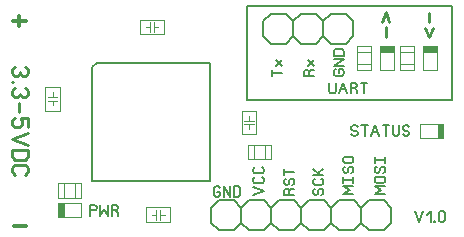
<source format=gbr>
%FSLAX34Y34*%
%MOMM*%
%LNSILK_TOP*%
G71*
G01*
%ADD10C, 0.20*%
%ADD11C, 0.10*%
%ADD12C, 0.32*%
%ADD13C, 0.16*%
%ADD14C, 0.24*%
%LPD*%
G54D10*
X86212Y-50875D02*
X182212Y-50875D01*
X182212Y-150875D01*
X82212Y-150875D01*
X82212Y-54875D01*
X86212Y-50875D01*
G54D11*
X143100Y-26800D02*
X123100Y-26800D01*
X123100Y-14800D01*
X143100Y-14800D01*
X143100Y-26800D01*
G54D11*
X134700Y-16800D02*
X134700Y-25000D01*
G54D11*
X131500Y-16800D02*
X131500Y-25000D01*
G54D11*
X138600Y-20900D02*
X134700Y-20900D01*
G54D11*
X131500Y-20900D02*
X127700Y-20900D01*
G54D11*
X148300Y-185600D02*
X128300Y-185600D01*
X128300Y-173600D01*
X148300Y-173600D01*
X148300Y-185600D01*
G54D11*
X139900Y-175600D02*
X139900Y-183800D01*
G54D11*
X136700Y-175600D02*
X136700Y-183800D01*
G54D11*
X143800Y-179700D02*
X139900Y-179700D01*
G54D11*
X136700Y-179700D02*
X132900Y-179700D01*
G54D11*
X209600Y-111700D02*
X209600Y-91700D01*
X221600Y-91700D01*
X221600Y-111700D01*
X209600Y-111700D01*
G54D11*
X219600Y-103300D02*
X211400Y-103300D01*
G54D11*
X219600Y-100100D02*
X211400Y-100100D01*
G54D11*
X215500Y-107200D02*
X215500Y-103300D01*
G54D11*
X215500Y-100100D02*
X215500Y-96300D01*
G54D11*
X54900Y-71600D02*
X54900Y-91600D01*
X42900Y-91600D01*
X42900Y-71600D01*
X54900Y-71600D01*
G54D11*
X44900Y-80000D02*
X53100Y-80000D01*
G54D11*
X44900Y-83200D02*
X53100Y-83200D01*
G54D11*
X49000Y-76100D02*
X49000Y-80000D01*
G54D11*
X49000Y-83200D02*
X49000Y-87000D01*
G54D12*
X15900Y-189222D02*
X26567Y-189222D01*
G54D12*
X15400Y-15822D02*
X26067Y-15822D01*
G54D12*
X20733Y-11378D02*
X20733Y-20267D01*
G54D10*
X323100Y-192800D02*
X329500Y-192800D01*
X335800Y-186500D01*
X335800Y-173700D01*
X329500Y-167400D01*
X316700Y-167400D01*
X310400Y-173700D01*
X310400Y-186500D01*
X316700Y-192800D01*
X323100Y-192800D01*
G54D10*
X297700Y-192800D02*
X304100Y-192800D01*
X310400Y-186500D01*
X310400Y-173700D01*
X304100Y-167400D01*
X291300Y-167400D01*
X285000Y-173700D01*
X285000Y-186500D01*
X291300Y-192800D01*
X297700Y-192800D01*
G54D10*
X272300Y-192800D02*
X278700Y-192800D01*
X285000Y-186500D01*
X285000Y-173700D01*
X278700Y-167400D01*
X265900Y-167400D01*
X259600Y-173700D01*
X259600Y-186500D01*
X265900Y-192800D01*
X272300Y-192800D01*
G54D10*
X246900Y-192800D02*
X253300Y-192800D01*
X259600Y-186500D01*
X259600Y-173700D01*
X253300Y-167400D01*
X240500Y-167400D01*
X234200Y-173700D01*
X234200Y-186500D01*
X240500Y-192800D01*
X246900Y-192800D01*
G54D10*
X221500Y-192800D02*
X227900Y-192800D01*
X234200Y-186500D01*
X234200Y-173700D01*
X227900Y-167400D01*
X215100Y-167400D01*
X208800Y-173700D01*
X208800Y-186500D01*
X215100Y-192800D01*
X221500Y-192800D01*
G54D10*
X196100Y-192800D02*
X202500Y-192800D01*
X208800Y-186500D01*
X208800Y-173700D01*
X202500Y-167400D01*
X189700Y-167400D01*
X183400Y-173700D01*
X183400Y-186500D01*
X189700Y-192800D01*
X196100Y-192800D01*
G54D13*
X330600Y-162500D02*
X321711Y-162500D01*
X327267Y-159167D01*
X321711Y-155833D01*
X330600Y-155833D01*
G54D13*
X323378Y-147389D02*
X328933Y-147389D01*
X330044Y-148055D01*
X330600Y-149389D01*
X330600Y-150722D01*
X330044Y-152055D01*
X328933Y-152722D01*
X323378Y-152722D01*
X322267Y-152055D01*
X321711Y-150722D01*
X321711Y-149389D01*
X322267Y-148055D01*
X323378Y-147389D01*
G54D13*
X328933Y-144278D02*
X330044Y-143611D01*
X330600Y-142278D01*
X330600Y-140945D01*
X330044Y-139611D01*
X328933Y-138945D01*
X327822Y-138945D01*
X326711Y-139611D01*
X326156Y-140945D01*
X326156Y-142278D01*
X325600Y-143611D01*
X324489Y-144278D01*
X323378Y-144278D01*
X322267Y-143611D01*
X321711Y-142278D01*
X321711Y-140945D01*
X322267Y-139611D01*
X323378Y-138945D01*
G54D13*
X330600Y-135834D02*
X330600Y-130501D01*
G54D13*
X330600Y-133167D02*
X321711Y-133167D01*
G54D13*
X321711Y-135834D02*
X321711Y-130501D01*
G54D13*
X303700Y-162500D02*
X294811Y-162500D01*
X300367Y-159167D01*
X294811Y-155833D01*
X303700Y-155833D01*
G54D13*
X303700Y-152722D02*
X303700Y-147389D01*
G54D13*
X303700Y-150055D02*
X294811Y-150055D01*
G54D13*
X294811Y-152722D02*
X294811Y-147389D01*
G54D13*
X302033Y-144278D02*
X303144Y-143611D01*
X303700Y-142278D01*
X303700Y-140945D01*
X303144Y-139611D01*
X302033Y-138945D01*
X300922Y-138945D01*
X299811Y-139611D01*
X299256Y-140945D01*
X299256Y-142278D01*
X298700Y-143611D01*
X297589Y-144278D01*
X296478Y-144278D01*
X295367Y-143611D01*
X294811Y-142278D01*
X294811Y-140945D01*
X295367Y-139611D01*
X296478Y-138945D01*
G54D13*
X296478Y-130501D02*
X302033Y-130501D01*
X303144Y-131167D01*
X303700Y-132501D01*
X303700Y-133834D01*
X303144Y-135167D01*
X302033Y-135834D01*
X296478Y-135834D01*
X295367Y-135167D01*
X294811Y-133834D01*
X294811Y-132501D01*
X295367Y-131167D01*
X296478Y-130501D01*
G54D13*
X276633Y-163000D02*
X277744Y-162333D01*
X278300Y-161000D01*
X278300Y-159667D01*
X277744Y-158333D01*
X276633Y-157667D01*
X275522Y-157667D01*
X274411Y-158333D01*
X273856Y-159667D01*
X273856Y-161000D01*
X273300Y-162333D01*
X272189Y-163000D01*
X271078Y-163000D01*
X269967Y-162333D01*
X269411Y-161000D01*
X269411Y-159667D01*
X269967Y-158333D01*
X271078Y-157667D01*
G54D13*
X276633Y-149223D02*
X277744Y-149889D01*
X278300Y-151223D01*
X278300Y-152556D01*
X277744Y-153889D01*
X276633Y-154556D01*
X271078Y-154556D01*
X269967Y-153889D01*
X269411Y-152556D01*
X269411Y-151223D01*
X269967Y-149889D01*
X271078Y-149223D01*
G54D13*
X278300Y-146112D02*
X269411Y-146112D01*
G54D13*
X275522Y-146112D02*
X269411Y-140779D01*
G54D13*
X273856Y-144112D02*
X278300Y-140779D01*
G54D13*
X249256Y-160333D02*
X250367Y-158333D01*
X251478Y-157667D01*
X253700Y-157667D01*
G54D13*
X253700Y-163000D02*
X244811Y-163000D01*
X244811Y-159667D01*
X245367Y-158333D01*
X246478Y-157667D01*
X247589Y-157667D01*
X248700Y-158333D01*
X249256Y-159667D01*
X249256Y-163000D01*
G54D13*
X252033Y-154556D02*
X253144Y-153889D01*
X253700Y-152556D01*
X253700Y-151223D01*
X253144Y-149889D01*
X252033Y-149223D01*
X250922Y-149223D01*
X249811Y-149889D01*
X249256Y-151223D01*
X249256Y-152556D01*
X248700Y-153889D01*
X247589Y-154556D01*
X246478Y-154556D01*
X245367Y-153889D01*
X244811Y-152556D01*
X244811Y-151223D01*
X245367Y-149889D01*
X246478Y-149223D01*
G54D13*
X253700Y-143445D02*
X244811Y-143445D01*
G54D13*
X244811Y-146112D02*
X244811Y-140779D01*
G54D13*
X218911Y-163000D02*
X227800Y-159667D01*
X218911Y-156333D01*
G54D13*
X226133Y-147889D02*
X227244Y-148555D01*
X227800Y-149889D01*
X227800Y-151222D01*
X227244Y-152555D01*
X226133Y-153222D01*
X220578Y-153222D01*
X219467Y-152555D01*
X218911Y-151222D01*
X218911Y-149889D01*
X219467Y-148555D01*
X220578Y-147889D01*
G54D13*
X226133Y-139445D02*
X227244Y-140111D01*
X227800Y-141445D01*
X227800Y-142778D01*
X227244Y-144111D01*
X226133Y-144778D01*
X220578Y-144778D01*
X219467Y-144111D01*
X218911Y-142778D01*
X218911Y-141445D01*
X219467Y-140111D01*
X220578Y-139445D01*
G54D14*
X25833Y-54300D02*
X27500Y-55300D01*
X28333Y-57300D01*
X28333Y-59300D01*
X27500Y-61300D01*
X25833Y-62300D01*
X24167Y-62300D01*
X22500Y-61300D01*
X21667Y-59300D01*
X20833Y-61300D01*
X19167Y-62300D01*
X17500Y-62300D01*
X15833Y-61300D01*
X15000Y-59300D01*
X15000Y-57300D01*
X15833Y-55300D01*
X17500Y-54300D01*
G54D14*
X15000Y-67767D02*
X15000Y-66967D01*
X15667Y-66967D01*
X15667Y-67767D01*
X15000Y-67767D01*
X15000Y-66967D01*
G54D14*
X25833Y-72434D02*
X27500Y-73434D01*
X28333Y-75434D01*
X28333Y-77434D01*
X27500Y-79434D01*
X25833Y-80434D01*
X24167Y-80434D01*
X22500Y-79434D01*
X21667Y-77434D01*
X20833Y-79434D01*
X19167Y-80434D01*
X17500Y-80434D01*
X15833Y-79434D01*
X15000Y-77434D01*
X15000Y-75434D01*
X15833Y-73434D01*
X17500Y-72434D01*
G54D14*
X20833Y-85101D02*
X20833Y-93101D01*
G54D14*
X28333Y-105768D02*
X28333Y-97768D01*
X22500Y-97768D01*
X22500Y-98768D01*
X23333Y-100768D01*
X23333Y-102768D01*
X22500Y-104768D01*
X20833Y-105768D01*
X17500Y-105768D01*
X15833Y-104768D01*
X15000Y-102768D01*
X15000Y-100768D01*
X15833Y-98768D01*
X17500Y-97768D01*
G54D14*
X28333Y-110435D02*
X15000Y-115435D01*
X28333Y-120435D01*
G54D14*
X15000Y-125102D02*
X28333Y-125102D01*
X28333Y-130102D01*
X27500Y-132102D01*
X25833Y-133102D01*
X17500Y-133102D01*
X15833Y-132102D01*
X15000Y-130102D01*
X15000Y-125102D01*
G54D14*
X17500Y-145769D02*
X15833Y-144769D01*
X15000Y-142769D01*
X15000Y-140769D01*
X15833Y-138769D01*
X17500Y-137769D01*
X25833Y-137769D01*
X27500Y-138769D01*
X28333Y-140769D01*
X28333Y-142769D01*
X27500Y-144769D01*
X25833Y-145769D01*
G54D10*
X240200Y-9700D02*
X233800Y-9700D01*
X227500Y-16000D01*
X227500Y-28800D01*
X233800Y-35100D01*
X246600Y-35100D01*
X252900Y-28800D01*
X252900Y-16000D01*
X246600Y-9700D01*
X240200Y-9700D01*
G54D10*
X265600Y-9700D02*
X259200Y-9700D01*
X252900Y-16000D01*
X252900Y-28800D01*
X259200Y-35100D01*
X272000Y-35100D01*
X278300Y-28800D01*
X278300Y-16000D01*
X272000Y-9700D01*
X265600Y-9700D01*
G54D10*
X291000Y-9700D02*
X284600Y-9700D01*
X278300Y-16000D01*
X278300Y-28800D01*
X284600Y-35100D01*
X297400Y-35100D01*
X303700Y-28800D01*
X303700Y-16000D01*
X297400Y-9700D01*
X291000Y-9700D01*
G54D13*
X291356Y-59333D02*
X291356Y-56667D01*
X294133Y-56667D01*
X295244Y-57333D01*
X295800Y-58667D01*
X295800Y-60000D01*
X295244Y-61333D01*
X294133Y-62000D01*
X288578Y-62000D01*
X287467Y-61333D01*
X286911Y-60000D01*
X286911Y-58667D01*
X287467Y-57333D01*
X288578Y-56667D01*
G54D13*
X295800Y-53556D02*
X286911Y-53556D01*
X295800Y-48223D01*
X286911Y-48223D01*
G54D13*
X295800Y-45112D02*
X286911Y-45112D01*
X286911Y-41779D01*
X287467Y-40445D01*
X288578Y-39779D01*
X294133Y-39779D01*
X295244Y-40445D01*
X295800Y-41779D01*
X295800Y-45112D01*
G54D13*
X266156Y-59533D02*
X267267Y-57533D01*
X268378Y-56867D01*
X270600Y-56867D01*
G54D13*
X270600Y-62200D02*
X261711Y-62200D01*
X261711Y-58867D01*
X262267Y-57533D01*
X263378Y-56867D01*
X264489Y-56867D01*
X265600Y-57533D01*
X266156Y-58867D01*
X266156Y-62200D01*
G54D13*
X265600Y-53756D02*
X270600Y-48423D01*
G54D13*
X270600Y-53756D02*
X265600Y-48423D01*
G54D13*
X243400Y-59533D02*
X234511Y-59533D01*
G54D13*
X234511Y-62200D02*
X234511Y-56867D01*
G54D13*
X238400Y-53756D02*
X243400Y-48423D01*
G54D13*
X243400Y-53756D02*
X238400Y-48423D01*
G54D11*
X318400Y-37300D02*
X318400Y-57300D01*
X306400Y-57300D01*
X306400Y-37300D01*
X318400Y-37300D01*
G54D11*
X318400Y-42300D02*
X306400Y-42300D01*
G54D11*
X318400Y-52300D02*
X306400Y-52300D01*
G54D11*
X355200Y-37300D02*
X355200Y-57300D01*
X343200Y-57300D01*
X343200Y-37300D01*
X355200Y-37300D01*
G54D11*
X355200Y-42300D02*
X343200Y-42300D01*
G54D11*
X355200Y-52300D02*
X343200Y-52300D01*
G54D14*
X330855Y-29123D02*
X330855Y-21123D01*
G54D14*
X327522Y-16456D02*
X330855Y-8456D01*
G54D14*
X334188Y-16456D02*
X330855Y-8456D01*
G54D14*
X367922Y-8723D02*
X367922Y-16723D01*
G54D14*
X371255Y-21390D02*
X367922Y-29390D01*
G54D14*
X364588Y-21390D02*
X367922Y-29390D01*
G54D10*
X213400Y-3300D02*
X387200Y-3300D01*
X387200Y-82700D01*
X213400Y-82700D01*
X213400Y-3300D01*
G54D13*
X283200Y-68111D02*
X283200Y-75333D01*
X283867Y-76444D01*
X285200Y-77000D01*
X286533Y-77000D01*
X287867Y-76444D01*
X288533Y-75333D01*
X288533Y-68111D01*
G54D13*
X291644Y-77000D02*
X294977Y-68111D01*
X298311Y-77000D01*
G54D13*
X292977Y-73667D02*
X296977Y-73667D01*
G54D13*
X304089Y-72556D02*
X306089Y-73667D01*
X306755Y-74778D01*
X306755Y-77000D01*
G54D13*
X301422Y-77000D02*
X301422Y-68111D01*
X304755Y-68111D01*
X306089Y-68667D01*
X306755Y-69778D01*
X306755Y-70889D01*
X306089Y-72000D01*
X304755Y-72556D01*
X301422Y-72556D01*
G54D13*
X312533Y-77000D02*
X312533Y-68111D01*
G54D13*
X309866Y-68111D02*
X315199Y-68111D01*
G54D13*
X188212Y-160189D02*
X190878Y-160189D01*
X190878Y-162967D01*
X190212Y-164078D01*
X188878Y-164634D01*
X187545Y-164634D01*
X186212Y-164078D01*
X185545Y-162967D01*
X185545Y-157411D01*
X186212Y-156300D01*
X187545Y-155745D01*
X188878Y-155745D01*
X190212Y-156300D01*
X190878Y-157411D01*
G54D13*
X193989Y-164634D02*
X193989Y-155745D01*
X199322Y-164634D01*
X199322Y-155745D01*
G54D13*
X202433Y-164634D02*
X202433Y-155745D01*
X205766Y-155745D01*
X207100Y-156300D01*
X207766Y-157411D01*
X207766Y-162967D01*
X207100Y-164078D01*
X205766Y-164634D01*
X202433Y-164634D01*
G54D11*
X234100Y-132900D02*
X214100Y-132900D01*
X214100Y-120900D01*
X234100Y-120900D01*
X234100Y-132900D01*
G54D11*
X229100Y-132900D02*
X229100Y-120900D01*
G54D11*
X219100Y-132900D02*
X219100Y-120900D01*
G54D11*
X73300Y-165200D02*
X53300Y-165200D01*
X53300Y-153200D01*
X73300Y-153200D01*
X73300Y-165200D01*
G54D11*
X68300Y-165200D02*
X68300Y-153200D01*
G54D11*
X58300Y-165200D02*
X58300Y-153200D01*
G54D11*
X73300Y-181600D02*
X53300Y-181600D01*
X53300Y-169600D01*
X73300Y-169600D01*
X73300Y-181600D01*
G36*
X58300Y-169600D02*
X58300Y-181600D01*
X53300Y-181600D01*
X53300Y-169600D01*
X58300Y-169600D01*
G37*
G54D11*
X58300Y-169600D02*
X58300Y-181600D01*
X53300Y-181600D01*
X53300Y-169600D01*
X58300Y-169600D01*
G54D11*
X359900Y-102600D02*
X379900Y-102600D01*
X379900Y-114600D01*
X359900Y-114600D01*
X359900Y-102600D01*
G36*
X374900Y-114600D02*
X374900Y-102600D01*
X379900Y-102600D01*
X379900Y-114600D01*
X374900Y-114600D01*
G37*
G54D11*
X374900Y-114600D02*
X374900Y-102600D01*
X379900Y-102600D01*
X379900Y-114600D01*
X374900Y-114600D01*
G54D13*
X302000Y-111233D02*
X302667Y-112344D01*
X304000Y-112900D01*
X305333Y-112900D01*
X306667Y-112344D01*
X307333Y-111233D01*
X307333Y-110122D01*
X306667Y-109011D01*
X305333Y-108456D01*
X304000Y-108456D01*
X302667Y-107900D01*
X302000Y-106789D01*
X302000Y-105678D01*
X302667Y-104567D01*
X304000Y-104011D01*
X305333Y-104011D01*
X306667Y-104567D01*
X307333Y-105678D01*
G54D13*
X313111Y-112900D02*
X313111Y-104011D01*
G54D13*
X310444Y-104011D02*
X315777Y-104011D01*
G54D13*
X318888Y-112900D02*
X322221Y-104011D01*
X325555Y-112900D01*
G54D13*
X320221Y-109567D02*
X324221Y-109567D01*
G54D13*
X331333Y-112900D02*
X331333Y-104011D01*
G54D13*
X328666Y-104011D02*
X333999Y-104011D01*
G54D13*
X337110Y-104011D02*
X337110Y-111233D01*
X337777Y-112344D01*
X339110Y-112900D01*
X340443Y-112900D01*
X341777Y-112344D01*
X342443Y-111233D01*
X342443Y-104011D01*
G54D13*
X345554Y-111233D02*
X346221Y-112344D01*
X347554Y-112900D01*
X348887Y-112900D01*
X350221Y-112344D01*
X350887Y-111233D01*
X350887Y-110122D01*
X350221Y-109011D01*
X348887Y-108456D01*
X347554Y-108456D01*
X346221Y-107900D01*
X345554Y-106789D01*
X345554Y-105678D01*
X346221Y-104567D01*
X347554Y-104011D01*
X348887Y-104011D01*
X350221Y-104567D01*
X350887Y-105678D01*
G54D13*
X81000Y-180500D02*
X81000Y-171611D01*
X84333Y-171611D01*
X85667Y-172167D01*
X86333Y-173278D01*
X86333Y-174389D01*
X85667Y-175500D01*
X84333Y-176056D01*
X81000Y-176056D01*
G54D13*
X89444Y-171611D02*
X89444Y-180500D01*
X92777Y-174944D01*
X96111Y-180500D01*
X96111Y-171611D01*
G54D13*
X101889Y-176056D02*
X103889Y-177167D01*
X104555Y-178278D01*
X104555Y-180500D01*
G54D13*
X99222Y-180500D02*
X99222Y-171611D01*
X102555Y-171611D01*
X103889Y-172167D01*
X104555Y-173278D01*
X104555Y-174389D01*
X103889Y-175500D01*
X102555Y-176056D01*
X99222Y-176056D01*
G54D13*
X355888Y-176945D02*
X359221Y-185834D01*
X362554Y-176945D01*
G54D13*
X365666Y-180279D02*
X368999Y-176945D01*
X368999Y-185834D01*
G54D13*
X372643Y-185834D02*
X372110Y-185834D01*
X372110Y-185390D01*
X372643Y-185390D01*
X372643Y-185834D01*
X372110Y-185834D01*
G54D13*
X381087Y-178612D02*
X381087Y-184168D01*
X380420Y-185279D01*
X379087Y-185834D01*
X377754Y-185834D01*
X376420Y-185279D01*
X375754Y-184168D01*
X375754Y-178612D01*
X376420Y-177501D01*
X377754Y-176945D01*
X379087Y-176945D01*
X380420Y-177501D01*
X381087Y-178612D01*
G54D11*
X325800Y-57300D02*
X325800Y-37300D01*
X337800Y-37300D01*
X337800Y-57300D01*
X325800Y-57300D01*
G36*
X337800Y-42300D02*
X325800Y-42300D01*
X325800Y-37300D01*
X337800Y-37300D01*
X337800Y-42300D01*
G37*
G54D11*
X337800Y-42300D02*
X325800Y-42300D01*
X325800Y-37300D01*
X337800Y-37300D01*
X337800Y-42300D01*
G54D11*
X362600Y-57300D02*
X362600Y-37300D01*
X374600Y-37300D01*
X374600Y-57300D01*
X362600Y-57300D01*
G36*
X374600Y-42300D02*
X362600Y-42300D01*
X362600Y-37300D01*
X374600Y-37300D01*
X374600Y-42300D01*
G37*
G54D11*
X374600Y-42300D02*
X362600Y-42300D01*
X362600Y-37300D01*
X374600Y-37300D01*
X374600Y-42300D01*
M02*

</source>
